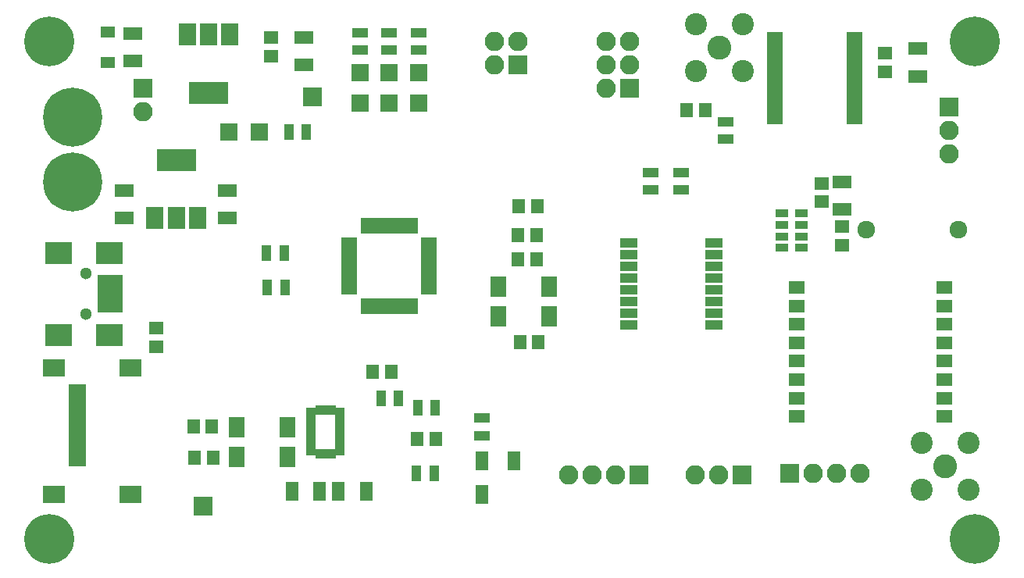
<source format=gts>
G04 #@! TF.FileFunction,Soldermask,Top*
%FSLAX46Y46*%
G04 Gerber Fmt 4.6, Leading zero omitted, Abs format (unit mm)*
G04 Created by KiCad (PCBNEW 4.0.7) date 01/19/19 15:00:20*
%MOMM*%
%LPD*%
G01*
G04 APERTURE LIST*
%ADD10C,0.100000*%
%ADD11C,2.600000*%
%ADD12C,2.400000*%
%ADD13R,1.700000X1.200000*%
%ADD14R,2.700000X0.900000*%
%ADD15R,2.900000X2.400000*%
%ADD16C,1.300000*%
%ADD17R,1.800000X1.400000*%
%ADD18R,1.400000X1.650000*%
%ADD19R,2.000000X1.400000*%
%ADD20R,1.650000X1.400000*%
%ADD21R,1.400000X2.000000*%
%ADD22R,1.600000X1.300000*%
%ADD23R,1.900000X1.900000*%
%ADD24C,6.400000*%
%ADD25R,2.400000X1.850000*%
%ADD26R,1.900000X1.200000*%
%ADD27R,2.100000X2.100000*%
%ADD28O,2.100000X2.100000*%
%ADD29R,1.100000X1.700000*%
%ADD30R,1.700000X1.100000*%
%ADD31R,1.700000X0.650000*%
%ADD32R,0.650000X1.700000*%
%ADD33R,1.900000X1.000000*%
%ADD34R,1.700000X2.300000*%
%ADD35R,1.000000X0.650000*%
%ADD36R,0.650000X1.000000*%
%ADD37R,1.350000X0.950000*%
%ADD38C,1.924000*%
%ADD39R,1.400000X2.100000*%
%ADD40R,4.200000X2.400000*%
%ADD41R,1.900000X2.400000*%
%ADD42C,5.400000*%
G04 APERTURE END LIST*
D10*
D11*
X134874000Y-53403500D03*
D12*
X137414000Y-55943500D03*
X132334000Y-55943500D03*
X137414000Y-50863500D03*
X132334000Y-50863500D03*
D13*
X140843000Y-52324000D03*
X140843000Y-53424000D03*
X140843000Y-54524000D03*
X140843000Y-55624000D03*
X140843000Y-56724000D03*
X140843000Y-57824000D03*
X140843000Y-58924000D03*
X140843000Y-60024000D03*
X140843000Y-61124000D03*
X149543000Y-61124000D03*
X149543000Y-60024000D03*
X149543000Y-58924000D03*
X149543000Y-57824000D03*
X149543000Y-56724000D03*
X149543000Y-55624000D03*
X149543000Y-54524000D03*
X149543000Y-53424000D03*
X149543000Y-52324000D03*
D14*
X68840000Y-78473500D03*
X68840000Y-79273500D03*
X68840000Y-80073500D03*
X68840000Y-80873500D03*
X68840000Y-81673500D03*
D15*
X68740000Y-75623500D03*
X63240000Y-75623500D03*
X68740000Y-84523500D03*
X63240000Y-84523500D03*
D16*
X66240000Y-77873500D03*
X66240000Y-82273500D03*
D17*
X143258000Y-79376000D03*
X143258000Y-81376000D03*
X143258000Y-83376000D03*
X143258000Y-85376000D03*
X143258000Y-87376000D03*
X143258000Y-89376000D03*
X143258000Y-91376000D03*
X143258000Y-93376000D03*
X159258000Y-93376000D03*
X159258000Y-91376000D03*
X159258000Y-89376000D03*
X159258000Y-87376000D03*
X159258000Y-85376000D03*
X159258000Y-83376000D03*
X159258000Y-81376000D03*
X159258000Y-79376000D03*
D18*
X113046000Y-73723500D03*
X115046000Y-73723500D03*
X115236500Y-85344000D03*
X113236500Y-85344000D03*
X115046000Y-76327000D03*
X113046000Y-76327000D03*
D19*
X71310500Y-51840000D03*
X71310500Y-54840000D03*
D18*
X97298000Y-88519000D03*
X99298000Y-88519000D03*
D19*
X89789000Y-55284500D03*
X89789000Y-52284500D03*
D20*
X86233000Y-54276500D03*
X86233000Y-52276500D03*
X73787000Y-85772500D03*
X73787000Y-83772500D03*
D18*
X113109500Y-70612000D03*
X115109500Y-70612000D03*
D19*
X156337000Y-53491000D03*
X156337000Y-56491000D03*
X148145500Y-67905500D03*
X148145500Y-70905500D03*
D20*
X152781000Y-53991000D03*
X152781000Y-55991000D03*
X148177250Y-74802750D03*
X148177250Y-72802750D03*
D21*
X93559500Y-101473000D03*
X96559500Y-101473000D03*
X91543000Y-101473000D03*
X88543000Y-101473000D03*
D18*
X102124000Y-95821500D03*
X104124000Y-95821500D03*
X77867000Y-94424500D03*
X79867000Y-94424500D03*
X77994000Y-97853500D03*
X79994000Y-97853500D03*
D22*
X68580000Y-51690000D03*
X68580000Y-54990000D03*
D23*
X81725500Y-62547500D03*
X85025500Y-62547500D03*
D24*
X64770000Y-60960000D03*
X64770000Y-67960000D03*
D25*
X62708500Y-88057500D03*
X62708500Y-101807500D03*
X71008500Y-101807500D03*
X71008500Y-88057500D03*
D26*
X65308500Y-90432500D03*
X65308500Y-91532500D03*
X65308500Y-92632500D03*
X65308500Y-93732500D03*
X65308500Y-94832500D03*
X65308500Y-95932500D03*
X65308500Y-97032500D03*
X65308500Y-98132500D03*
D27*
X159766000Y-59817000D03*
D28*
X159766000Y-62357000D03*
X159766000Y-64897000D03*
D29*
X85854500Y-79375000D03*
X87754500Y-79375000D03*
X85793500Y-75628500D03*
X87693500Y-75628500D03*
D30*
X130683000Y-66934000D03*
X130683000Y-68834000D03*
X127381000Y-66934000D03*
X127381000Y-68834000D03*
D29*
X103947000Y-99568000D03*
X102047000Y-99568000D03*
X102174000Y-92456000D03*
X104074000Y-92456000D03*
X100073500Y-91440000D03*
X98173500Y-91440000D03*
D31*
X103410000Y-79775500D03*
X103410000Y-79275500D03*
X103410000Y-78775500D03*
X103410000Y-78275500D03*
X103410000Y-77775500D03*
X103410000Y-77275500D03*
X103410000Y-76775500D03*
X103410000Y-76275500D03*
X103410000Y-75775500D03*
X103410000Y-75275500D03*
X103410000Y-74775500D03*
X103410000Y-74275500D03*
D32*
X101810000Y-72675500D03*
X101310000Y-72675500D03*
X100810000Y-72675500D03*
X100310000Y-72675500D03*
X99810000Y-72675500D03*
X99310000Y-72675500D03*
X98810000Y-72675500D03*
X98310000Y-72675500D03*
X97810000Y-72675500D03*
X97310000Y-72675500D03*
X96810000Y-72675500D03*
X96310000Y-72675500D03*
D31*
X94710000Y-74275500D03*
X94710000Y-74775500D03*
X94710000Y-75275500D03*
X94710000Y-75775500D03*
X94710000Y-76275500D03*
X94710000Y-76775500D03*
X94710000Y-77275500D03*
X94710000Y-77775500D03*
X94710000Y-78275500D03*
X94710000Y-78775500D03*
X94710000Y-79275500D03*
X94710000Y-79775500D03*
D32*
X96310000Y-81375500D03*
X96810000Y-81375500D03*
X97310000Y-81375500D03*
X97810000Y-81375500D03*
X98310000Y-81375500D03*
X98810000Y-81375500D03*
X99310000Y-81375500D03*
X99810000Y-81375500D03*
X100310000Y-81375500D03*
X100810000Y-81375500D03*
X101310000Y-81375500D03*
X101810000Y-81375500D03*
D33*
X125002500Y-74549000D03*
X125002500Y-75819000D03*
X125002500Y-77089000D03*
X125002500Y-78359000D03*
X125002500Y-79629000D03*
X125002500Y-80899000D03*
X125002500Y-82169000D03*
X125002500Y-83439000D03*
X134302500Y-83439000D03*
X134302500Y-82169000D03*
X134302500Y-80899000D03*
X134302500Y-79629000D03*
X134302500Y-78359000D03*
X134302500Y-77089000D03*
X134302500Y-75819000D03*
X134302500Y-74549000D03*
D34*
X110871000Y-82486500D03*
X116371000Y-82486500D03*
X116371000Y-79286500D03*
X110871000Y-79286500D03*
X88011000Y-94551500D03*
X82511000Y-94551500D03*
X82511000Y-97751500D03*
X88011000Y-97751500D03*
D35*
X90614500Y-97282000D03*
X90614500Y-96782000D03*
X90614500Y-96282000D03*
X90614500Y-95782000D03*
X90614500Y-95282000D03*
X90614500Y-94782000D03*
X90614500Y-94282000D03*
X90614500Y-93782000D03*
X90614500Y-93282000D03*
X90614500Y-92782000D03*
X93739500Y-97282000D03*
X93739500Y-96782000D03*
X93739500Y-96282000D03*
X93739500Y-95782000D03*
X93739500Y-95282000D03*
X93739500Y-94782000D03*
X93739500Y-94282000D03*
X93739500Y-93782000D03*
X93739500Y-93282000D03*
X93739500Y-92782000D03*
D36*
X91427000Y-97402000D03*
X91927000Y-97402000D03*
X92427000Y-97402000D03*
X92927000Y-97402000D03*
X91427000Y-92672000D03*
X91927000Y-92672000D03*
X92427000Y-92672000D03*
X92927000Y-92672000D03*
D23*
X95885000Y-59435000D03*
X95885000Y-56135000D03*
X99060000Y-59435000D03*
X99060000Y-56135000D03*
X102235000Y-59435000D03*
X102235000Y-56135000D03*
D30*
X95885000Y-51755000D03*
X95885000Y-53655000D03*
X99060000Y-51755000D03*
X99060000Y-53655000D03*
X102235000Y-51755000D03*
X102235000Y-53655000D03*
D27*
X126111000Y-99695000D03*
D28*
X123571000Y-99695000D03*
X121031000Y-99695000D03*
X118491000Y-99695000D03*
D27*
X72390000Y-57785000D03*
D28*
X72390000Y-60325000D03*
D27*
X142494000Y-99568000D03*
D28*
X145034000Y-99568000D03*
X147574000Y-99568000D03*
X150114000Y-99568000D03*
D27*
X125095000Y-57785000D03*
D28*
X122555000Y-57785000D03*
X125095000Y-55245000D03*
X122555000Y-55245000D03*
X125095000Y-52705000D03*
X122555000Y-52705000D03*
D27*
X113030000Y-55245000D03*
D28*
X110490000Y-55245000D03*
X113030000Y-52705000D03*
X110490000Y-52705000D03*
D27*
X137287000Y-99695000D03*
D28*
X134747000Y-99695000D03*
X132207000Y-99695000D03*
D18*
X133334000Y-60198000D03*
X131334000Y-60198000D03*
D30*
X135509000Y-63307000D03*
X135509000Y-61407000D03*
D29*
X88183500Y-62547500D03*
X90083500Y-62547500D03*
D37*
X143786750Y-71342250D03*
X143786750Y-75092250D03*
X143786750Y-73842250D03*
X143786750Y-72592250D03*
X141636750Y-75092250D03*
X141636750Y-73842250D03*
X141636750Y-72592250D03*
X141636750Y-71342250D03*
D38*
X160782000Y-73152000D03*
X150782000Y-73152000D03*
D39*
X109121000Y-98174400D03*
X109121000Y-101774400D03*
X112621000Y-98174400D03*
D30*
X109143800Y-93538000D03*
X109143800Y-95438000D03*
D40*
X79502000Y-58268000D03*
D41*
X79502000Y-51968000D03*
X77202000Y-51968000D03*
X81802000Y-51968000D03*
D19*
X70358000Y-71858000D03*
X70358000Y-68858000D03*
X81534000Y-71858000D03*
X81534000Y-68858000D03*
D40*
X75988001Y-65557000D03*
D41*
X75988001Y-71857000D03*
X78288001Y-71857000D03*
X73688001Y-71857000D03*
D20*
X145923000Y-68088000D03*
X145923000Y-70088000D03*
D27*
X78930500Y-103124000D03*
X90741500Y-58737500D03*
D42*
X62230000Y-106680000D03*
X162560000Y-106680000D03*
X162560000Y-52705000D03*
X62230000Y-52705000D03*
D11*
X159321500Y-98806000D03*
D12*
X161861500Y-101346000D03*
X156781500Y-101346000D03*
X161861500Y-96266000D03*
X156781500Y-96266000D03*
M02*

</source>
